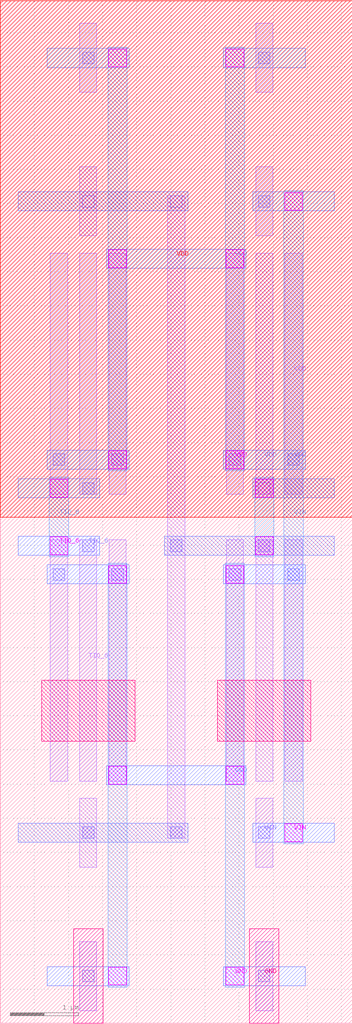
<source format=lef>
VERSION 5.7 ;
  DIVIDERCHAR "/" ;
  BUSBITCHARS "[]" ;
MACRO FLASH_ADC_SYM_6
  CLASS BLOCK ;
  FOREIGN FLASH_ADC_SYM_6 ;
  ORIGIN 0.000 0.000 ;
  SIZE 5.160 BY 14.970 ;
  PIN GND
    ANTENNADIFFAREA 1.048600 ;
    PORT
      LAYER pwell ;
        RECT 1.075 0.000 1.505 1.380 ;
        RECT 3.655 0.000 4.085 1.380 ;
      LAYER li1 ;
        RECT 0.735 3.545 0.985 7.075 ;
        RECT 1.595 3.545 1.845 7.075 ;
        RECT 3.315 3.545 3.565 7.075 ;
        RECT 4.175 3.545 4.425 7.075 ;
        RECT 1.165 0.185 1.415 1.195 ;
        RECT 3.745 0.185 3.995 1.195 ;
      LAYER mcon ;
        RECT 0.775 6.485 0.945 6.655 ;
        RECT 1.635 6.485 1.805 6.655 ;
        RECT 3.355 6.485 3.525 6.655 ;
        RECT 4.215 6.485 4.385 6.655 ;
        RECT 1.205 0.605 1.375 0.775 ;
        RECT 3.785 0.605 3.955 0.775 ;
      LAYER met1 ;
        RECT 0.690 6.430 1.890 6.710 ;
        RECT 3.270 6.430 4.470 6.710 ;
        RECT 1.560 3.490 3.600 3.770 ;
        RECT 0.690 0.550 1.890 0.830 ;
        RECT 3.270 0.550 4.470 0.830 ;
      LAYER via ;
        RECT 1.590 6.440 1.850 6.700 ;
        RECT 3.310 6.440 3.570 6.700 ;
        RECT 1.590 3.500 1.850 3.760 ;
        RECT 3.310 3.500 3.570 3.760 ;
        RECT 1.590 0.560 1.850 0.820 ;
        RECT 3.310 0.560 3.570 0.820 ;
      LAYER met2 ;
        RECT 1.580 0.530 1.860 6.730 ;
        RECT 3.300 0.530 3.580 6.730 ;
    END
  END GND
  PIN VDD
    ANTENNADIFFAREA 0.826000 ;
    PORT
      LAYER nwell ;
        RECT 0.000 7.410 5.160 14.970 ;
      LAYER li1 ;
        RECT 1.165 13.625 1.415 14.635 ;
        RECT 3.745 13.625 3.995 14.635 ;
        RECT 0.735 7.745 0.985 11.275 ;
        RECT 1.595 7.745 1.845 11.275 ;
        RECT 3.315 7.745 3.565 11.275 ;
        RECT 4.175 7.745 4.425 11.275 ;
      LAYER mcon ;
        RECT 1.205 14.045 1.375 14.215 ;
        RECT 3.785 14.045 3.955 14.215 ;
        RECT 0.775 8.165 0.945 8.335 ;
        RECT 1.635 8.165 1.805 8.335 ;
        RECT 3.355 8.165 3.525 8.335 ;
        RECT 4.215 8.165 4.385 8.335 ;
      LAYER met1 ;
        RECT 0.690 13.990 1.890 14.270 ;
        RECT 3.270 13.990 4.470 14.270 ;
        RECT 1.560 11.050 3.600 11.330 ;
        RECT 0.690 8.110 1.890 8.390 ;
        RECT 3.270 8.110 4.470 8.390 ;
      LAYER via ;
        RECT 1.590 14.000 1.850 14.260 ;
        RECT 3.310 14.000 3.570 14.260 ;
        RECT 1.590 11.060 1.850 11.320 ;
        RECT 3.310 11.060 3.570 11.320 ;
        RECT 1.590 8.120 1.850 8.380 ;
        RECT 3.310 8.120 3.570 8.380 ;
      LAYER met2 ;
        RECT 1.580 8.090 1.860 14.290 ;
        RECT 3.300 8.090 3.580 14.290 ;
    END
  END VDD
  PIN VIN
    ANTENNAGATEAREA 0.315000 ;
    PORT
      LAYER li1 ;
        RECT 3.745 11.525 3.995 12.535 ;
        RECT 3.745 2.285 3.995 3.295 ;
      LAYER mcon ;
        RECT 3.785 11.945 3.955 12.115 ;
        RECT 3.785 2.705 3.955 2.875 ;
      LAYER met1 ;
        RECT 3.700 11.890 4.900 12.170 ;
        RECT 3.700 2.650 4.900 2.930 ;
      LAYER via ;
        RECT 4.170 11.900 4.430 12.160 ;
        RECT 4.170 2.660 4.430 2.920 ;
      LAYER met2 ;
        RECT 4.160 2.630 4.440 12.190 ;
    END
  END VIN
  PIN TIQ_6
    ANTENNADIFFAREA 0.294000 ;
    PORT
      LAYER li1 ;
        RECT 1.165 7.745 1.415 11.275 ;
        RECT 1.165 3.545 1.415 7.075 ;
      LAYER mcon ;
        RECT 1.205 7.745 1.375 7.915 ;
        RECT 1.205 6.905 1.375 7.075 ;
      LAYER met1 ;
        RECT 0.260 7.690 1.460 7.970 ;
        RECT 0.260 6.850 1.460 7.130 ;
      LAYER via ;
        RECT 0.730 7.700 0.990 7.960 ;
        RECT 0.730 6.860 0.990 7.120 ;
      LAYER met2 ;
        RECT 0.720 6.830 1.000 7.990 ;
    END
  END TIQ_6
  OBS
      LAYER pwell ;
        RECT 0.605 4.130 1.975 5.020 ;
        RECT 3.185 4.130 4.555 5.020 ;
      LAYER li1 ;
        RECT 1.165 11.525 1.415 12.535 ;
        RECT 1.165 2.285 1.415 3.295 ;
        RECT 2.455 2.705 2.705 12.115 ;
        RECT 3.745 7.745 3.995 11.275 ;
        RECT 3.745 3.545 3.995 7.075 ;
      LAYER mcon ;
        RECT 1.205 11.945 1.375 12.115 ;
        RECT 2.495 11.945 2.665 12.115 ;
        RECT 3.785 7.745 3.955 7.915 ;
        RECT 2.495 6.905 2.665 7.075 ;
        RECT 1.205 2.705 1.375 2.875 ;
        RECT 3.785 6.905 3.955 7.075 ;
        RECT 2.495 2.705 2.665 2.875 ;
      LAYER met1 ;
        RECT 0.260 11.890 2.750 12.170 ;
        RECT 3.700 7.690 4.900 7.970 ;
        RECT 2.410 6.850 4.900 7.130 ;
        RECT 0.260 2.650 2.750 2.930 ;
      LAYER via ;
        RECT 3.740 7.700 4.000 7.960 ;
        RECT 3.740 6.860 4.000 7.120 ;
      LAYER met2 ;
        RECT 3.730 6.830 4.010 7.990 ;
  END
END FLASH_ADC_SYM_6
END LIBRARY


</source>
